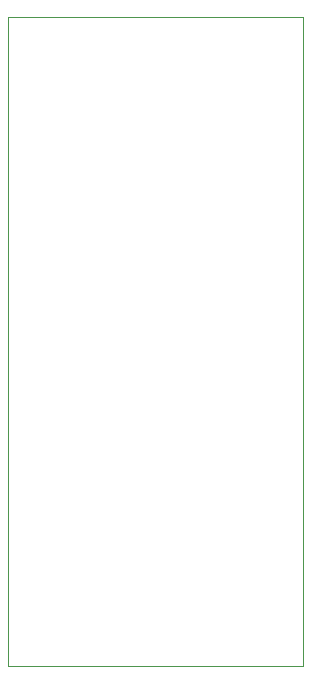
<source format=gbr>
%TF.GenerationSoftware,KiCad,Pcbnew,7.0.5*%
%TF.CreationDate,2023-08-19T22:28:29+02:00*%
%TF.ProjectId,programmer,70726f67-7261-46d6-9d65-722e6b696361,rev?*%
%TF.SameCoordinates,Original*%
%TF.FileFunction,Profile,NP*%
%FSLAX46Y46*%
G04 Gerber Fmt 4.6, Leading zero omitted, Abs format (unit mm)*
G04 Created by KiCad (PCBNEW 7.0.5) date 2023-08-19 22:28:29*
%MOMM*%
%LPD*%
G01*
G04 APERTURE LIST*
%TA.AperFunction,Profile*%
%ADD10C,0.100000*%
%TD*%
G04 APERTURE END LIST*
D10*
X79000000Y-36500000D02*
X104000000Y-36500000D01*
X104000000Y-91500000D01*
X79000000Y-91500000D01*
X79000000Y-36500000D01*
M02*

</source>
